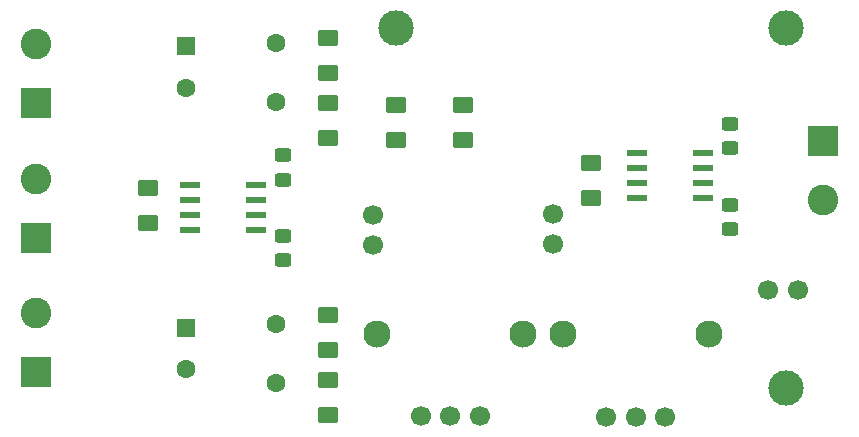
<source format=gbr>
%TF.GenerationSoftware,KiCad,Pcbnew,7.0.7-7.0.7~ubuntu22.04.1*%
%TF.CreationDate,2024-07-19T11:12:27-04:00*%
%TF.ProjectId,adjustable_instamp,61646a75-7374-4616-926c-655f696e7374,rev?*%
%TF.SameCoordinates,Original*%
%TF.FileFunction,Soldermask,Top*%
%TF.FilePolarity,Negative*%
%FSLAX46Y46*%
G04 Gerber Fmt 4.6, Leading zero omitted, Abs format (unit mm)*
G04 Created by KiCad (PCBNEW 7.0.7-7.0.7~ubuntu22.04.1) date 2024-07-19 11:12:27*
%MOMM*%
%LPD*%
G01*
G04 APERTURE LIST*
G04 Aperture macros list*
%AMRoundRect*
0 Rectangle with rounded corners*
0 $1 Rounding radius*
0 $2 $3 $4 $5 $6 $7 $8 $9 X,Y pos of 4 corners*
0 Add a 4 corners polygon primitive as box body*
4,1,4,$2,$3,$4,$5,$6,$7,$8,$9,$2,$3,0*
0 Add four circle primitives for the rounded corners*
1,1,$1+$1,$2,$3*
1,1,$1+$1,$4,$5*
1,1,$1+$1,$6,$7*
1,1,$1+$1,$8,$9*
0 Add four rect primitives between the rounded corners*
20,1,$1+$1,$2,$3,$4,$5,0*
20,1,$1+$1,$4,$5,$6,$7,0*
20,1,$1+$1,$6,$7,$8,$9,0*
20,1,$1+$1,$8,$9,$2,$3,0*%
G04 Aperture macros list end*
%ADD10C,3.000000*%
%ADD11R,1.750000X0.600000*%
%ADD12C,2.300000*%
%ADD13C,1.700000*%
%ADD14RoundRect,0.250001X-0.624999X0.462499X-0.624999X-0.462499X0.624999X-0.462499X0.624999X0.462499X0*%
%ADD15R,2.600000X2.600000*%
%ADD16C,2.600000*%
%ADD17RoundRect,0.250001X0.624999X-0.462499X0.624999X0.462499X-0.624999X0.462499X-0.624999X-0.462499X0*%
%ADD18RoundRect,0.250000X-0.450000X0.325000X-0.450000X-0.325000X0.450000X-0.325000X0.450000X0.325000X0*%
%ADD19C,1.600000*%
%ADD20R,1.600000X1.600000*%
G04 APERTURE END LIST*
D10*
%TO.C,REF\u002A\u002A*%
X149860000Y-71120000D03*
%TD*%
%TO.C,REF\u002A\u002A*%
X182880000Y-101600000D03*
%TD*%
%TO.C,REF\u002A\u002A*%
X182880000Y-71120000D03*
%TD*%
D11*
%TO.C,U2*%
X170295000Y-81715000D03*
X170295000Y-82985000D03*
X170295000Y-84255000D03*
X170295000Y-85525000D03*
X175895000Y-85525000D03*
X175895000Y-84255000D03*
X175895000Y-82985000D03*
X175895000Y-81715000D03*
%TD*%
%TO.C,U1*%
X138055000Y-84455000D03*
X138055000Y-85725000D03*
X138055000Y-86995000D03*
X138055000Y-88265000D03*
X132455000Y-88265000D03*
X132455000Y-86995000D03*
X132455000Y-85725000D03*
X132455000Y-84455000D03*
%TD*%
D12*
%TO.C,R8*%
X163980000Y-97033000D03*
X176380000Y-97033000D03*
D13*
X167680000Y-104033000D03*
X170180000Y-104033000D03*
X172680000Y-104033000D03*
%TD*%
D14*
%TO.C,R7*%
X155575000Y-77670000D03*
X155575000Y-80645000D03*
%TD*%
%TO.C,R6*%
X149860000Y-80645000D03*
X149860000Y-77670000D03*
%TD*%
D12*
%TO.C,R5*%
X148255000Y-97013000D03*
X160655000Y-97013000D03*
D13*
X151955000Y-104013000D03*
X154455000Y-104013000D03*
X156955000Y-104013000D03*
%TD*%
D14*
%TO.C,R4*%
X166370000Y-85525000D03*
X166370000Y-82550000D03*
%TD*%
%TO.C,R3*%
X128905000Y-84655000D03*
X128905000Y-87630000D03*
%TD*%
%TO.C,R2*%
X144145000Y-100965000D03*
X144145000Y-103940000D03*
%TD*%
%TO.C,R1*%
X144145000Y-77470000D03*
X144145000Y-80445000D03*
%TD*%
D13*
%TO.C,J7*%
X163195000Y-86853000D03*
X163195000Y-89393000D03*
%TD*%
%TO.C,J6*%
X147955000Y-89535000D03*
X147955000Y-86995000D03*
%TD*%
%TO.C,J5*%
X183896000Y-93345000D03*
X181356000Y-93345000D03*
%TD*%
D15*
%TO.C,J4*%
X186055000Y-80725000D03*
D16*
X186055000Y-85725000D03*
%TD*%
D15*
%TO.C,J3*%
X119380000Y-100290000D03*
D16*
X119380000Y-95290000D03*
%TD*%
D15*
%TO.C,J2*%
X119380000Y-88900000D03*
D16*
X119380000Y-83900000D03*
%TD*%
D15*
%TO.C,J1*%
X119380000Y-77470000D03*
D16*
X119380000Y-72470000D03*
%TD*%
D17*
%TO.C,D2*%
X144145000Y-98425000D03*
X144145000Y-95450000D03*
%TD*%
%TO.C,D1*%
X144145000Y-74930000D03*
X144145000Y-71955000D03*
%TD*%
D18*
%TO.C,C8*%
X178181000Y-79230000D03*
X178181000Y-81280000D03*
%TD*%
%TO.C,C7*%
X178181000Y-86106000D03*
X178181000Y-88156000D03*
%TD*%
%TO.C,C6*%
X140335000Y-88755000D03*
X140335000Y-90805000D03*
%TD*%
%TO.C,C5*%
X140335000Y-81915000D03*
X140335000Y-83965000D03*
%TD*%
D19*
%TO.C,C4*%
X139700000Y-96210000D03*
X139700000Y-101210000D03*
%TD*%
%TO.C,C3*%
X139700000Y-77430000D03*
X139700000Y-72430000D03*
%TD*%
D20*
%TO.C,C2*%
X132080000Y-96520000D03*
D19*
X132080000Y-100020000D03*
%TD*%
D20*
%TO.C,C1*%
X132080000Y-72700000D03*
D19*
X132080000Y-76200000D03*
%TD*%
M02*

</source>
